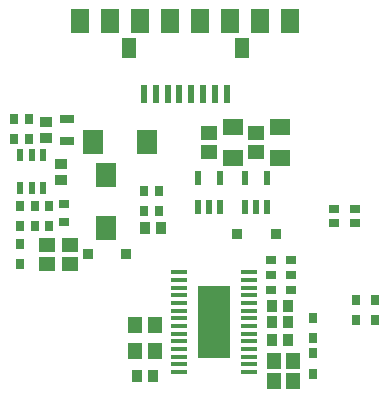
<source format=gbp>
G04*
G04 #@! TF.GenerationSoftware,Altium Limited,Altium Designer,25.6.2 (33)*
G04*
G04 Layer_Color=128*
%FSLAX44Y44*%
%MOMM*%
G71*
G04*
G04 #@! TF.SameCoordinates,86BBD976-67B5-41F1-AD37-A89888A357BC*
G04*
G04*
G04 #@! TF.FilePolarity,Positive*
G04*
G01*
G75*
%ADD22R,1.5000X2.0000*%
%ADD23R,1.0000X0.9000*%
%ADD24R,0.9000X0.8000*%
%ADD27R,1.4000X1.3000*%
%ADD28R,0.9000X1.0000*%
%ADD32R,0.8000X0.9000*%
%ADD82R,1.8000X1.4000*%
%ADD83R,0.6000X1.5500*%
%ADD84R,0.6000X1.2000*%
%ADD85R,1.4750X0.4500*%
%ADD86R,2.7500X6.2000*%
%ADD87R,1.3000X0.7000*%
%ADD88R,0.6000X1.0000*%
%ADD89R,1.2000X1.4000*%
%ADD90R,1.8000X2.1000*%
%ADD91R,0.8800X0.9600*%
%ADD92R,1.8000X2.0000*%
%ADD93R,0.9400X0.6700*%
%ADD94R,1.3000X1.4000*%
%ADD95R,1.2000X1.8000*%
D22*
X431400Y452497D02*
D03*
X406000D02*
D03*
X304400D02*
D03*
X329800D02*
D03*
X253600D02*
D03*
X279000D02*
D03*
X380600D02*
D03*
X355200D02*
D03*
D23*
X224929Y366988D02*
D03*
Y353489D02*
D03*
X237429Y318488D02*
D03*
Y331988D02*
D03*
D24*
X485759Y293520D02*
D03*
Y281480D02*
D03*
X432000Y225250D02*
D03*
Y237750D02*
D03*
Y250250D02*
D03*
X468760Y281480D02*
D03*
Y293520D02*
D03*
X415000Y250250D02*
D03*
Y237750D02*
D03*
Y225250D02*
D03*
D27*
X362500Y358000D02*
D03*
X402500D02*
D03*
X244929Y247239D02*
D03*
X225180D02*
D03*
X244929Y263239D02*
D03*
X225180D02*
D03*
X362500Y342000D02*
D03*
X402500D02*
D03*
D28*
X429250Y211250D02*
D03*
Y182750D02*
D03*
X322250Y277500D02*
D03*
X302000Y152500D02*
D03*
X415750Y211250D02*
D03*
X315499Y152500D02*
D03*
X415750Y182750D02*
D03*
Y197500D02*
D03*
X429250D02*
D03*
X308750Y277500D02*
D03*
D32*
X487230Y216900D02*
D03*
X502770Y216900D02*
D03*
X450500Y184250D02*
D03*
X320000Y308500D02*
D03*
X197429Y352738D02*
D03*
X202429Y279239D02*
D03*
Y246739D02*
D03*
X307500Y308500D02*
D03*
X202429Y263739D02*
D03*
X227429Y279239D02*
D03*
X209929Y369739D02*
D03*
Y352739D02*
D03*
X227429Y296239D02*
D03*
X214929Y296238D02*
D03*
Y279239D02*
D03*
X197429Y369739D02*
D03*
X202429Y296238D02*
D03*
X307500Y291500D02*
D03*
X320000D02*
D03*
X450500Y154250D02*
D03*
Y171250D02*
D03*
Y201250D02*
D03*
X502770Y199900D02*
D03*
X487230Y199900D02*
D03*
D82*
X422500Y363000D02*
D03*
X382500D02*
D03*
X422500Y337000D02*
D03*
X382500D02*
D03*
D83*
X377500Y391104D02*
D03*
X367500D02*
D03*
X347500D02*
D03*
X317500D02*
D03*
X357500D02*
D03*
X307500D02*
D03*
X337500D02*
D03*
X327500D02*
D03*
D84*
X402500Y295000D02*
D03*
X362500D02*
D03*
X412000Y320000D02*
D03*
X353000Y295000D02*
D03*
X372000D02*
D03*
X353000Y320000D02*
D03*
X372000D02*
D03*
X412000Y295000D02*
D03*
X393000D02*
D03*
Y320000D02*
D03*
D85*
X396260Y207500D02*
D03*
Y188000D02*
D03*
X337500Y175000D02*
D03*
Y168500D02*
D03*
X396260Y214000D02*
D03*
Y201000D02*
D03*
Y181500D02*
D03*
Y155500D02*
D03*
Y162000D02*
D03*
Y175000D02*
D03*
Y220500D02*
D03*
Y227000D02*
D03*
Y233500D02*
D03*
Y240000D02*
D03*
X337500D02*
D03*
Y233500D02*
D03*
Y227000D02*
D03*
Y194500D02*
D03*
Y162000D02*
D03*
Y155500D02*
D03*
Y201000D02*
D03*
Y214000D02*
D03*
Y207500D02*
D03*
X396260Y194500D02*
D03*
X337500Y220500D02*
D03*
X396260Y168500D02*
D03*
X337500Y188000D02*
D03*
Y181500D02*
D03*
D86*
X366880Y197750D02*
D03*
D87*
X242429Y369739D02*
D03*
Y350738D02*
D03*
D88*
X202929Y338989D02*
D03*
X221929Y311489D02*
D03*
X212429D02*
D03*
X221929Y338989D02*
D03*
X212429D02*
D03*
X202929Y311489D02*
D03*
D89*
X316999Y173001D02*
D03*
X299999Y195001D02*
D03*
X316999D02*
D03*
X299999Y173001D02*
D03*
D90*
X310429Y350240D02*
D03*
X264429D02*
D03*
D91*
X259929Y255239D02*
D03*
X292131D02*
D03*
X418851Y272500D02*
D03*
X386649D02*
D03*
D92*
X274929Y277739D02*
D03*
Y322738D02*
D03*
D93*
X239929Y282839D02*
D03*
Y297639D02*
D03*
D94*
X417500Y165250D02*
D03*
X433500D02*
D03*
X417500Y147750D02*
D03*
X433500D02*
D03*
D95*
X294500Y429854D02*
D03*
X390500D02*
D03*
M02*

</source>
